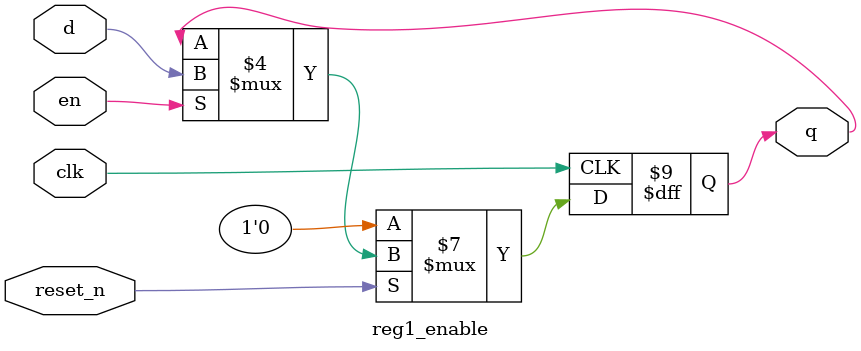
<source format=v>


module reg1_enable (
    input  wire clk,
    input  wire reset_n,
    input  wire en,
    input  wire d,
    output reg  q
);
    always @(posedge clk) begin
        if (!reset_n)
            q <= 1'b0;
        else if (en)
            q <= d;
        else
            q <= q; // hold
    end
endmodule


</source>
